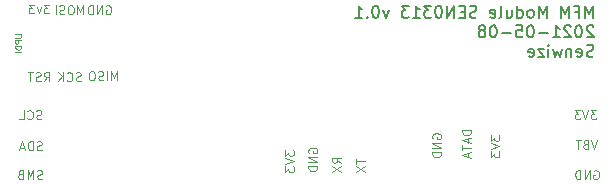
<source format=gbr>
%TF.GenerationSoftware,KiCad,Pcbnew,(5.1.9-0-10_14)*%
%TF.CreationDate,2021-05-08T21:12:27+02:00*%
%TF.ProjectId,MFM-Module-SEN0313,4d464d2d-4d6f-4647-956c-652d53454e30,rev?*%
%TF.SameCoordinates,PX82714f8PY6141b48*%
%TF.FileFunction,Legend,Bot*%
%TF.FilePolarity,Positive*%
%FSLAX46Y46*%
G04 Gerber Fmt 4.6, Leading zero omitted, Abs format (unit mm)*
G04 Created by KiCad (PCBNEW (5.1.9-0-10_14)) date 2021-05-08 21:12:27*
%MOMM*%
%LPD*%
G01*
G04 APERTURE LIST*
%ADD10C,0.100000*%
%ADD11C,0.150000*%
G04 APERTURE END LIST*
D10*
X40546785Y13332286D02*
X40546785Y12868000D01*
X40832500Y13118000D01*
X40832500Y13010858D01*
X40868214Y12939429D01*
X40903928Y12903715D01*
X40975357Y12868000D01*
X41153928Y12868000D01*
X41225357Y12903715D01*
X41261071Y12939429D01*
X41296785Y13010858D01*
X41296785Y13225143D01*
X41261071Y13296572D01*
X41225357Y13332286D01*
X40546785Y12653715D02*
X41296785Y12403715D01*
X40546785Y12153715D01*
X40546785Y11975143D02*
X40546785Y11510858D01*
X40832500Y11760858D01*
X40832500Y11653715D01*
X40868214Y11582286D01*
X40903928Y11546572D01*
X40975357Y11510858D01*
X41153928Y11510858D01*
X41225357Y11546572D01*
X41261071Y11582286D01*
X41296785Y11653715D01*
X41296785Y11868000D01*
X41261071Y11939429D01*
X41225357Y11975143D01*
X38883785Y13796572D02*
X38133785Y13796572D01*
X38133785Y13618000D01*
X38169500Y13510858D01*
X38240928Y13439429D01*
X38312357Y13403715D01*
X38455214Y13368000D01*
X38562357Y13368000D01*
X38705214Y13403715D01*
X38776642Y13439429D01*
X38848071Y13510858D01*
X38883785Y13618000D01*
X38883785Y13796572D01*
X38669500Y13082286D02*
X38669500Y12725143D01*
X38883785Y13153715D02*
X38133785Y12903715D01*
X38883785Y12653715D01*
X38133785Y12510858D02*
X38133785Y12082286D01*
X38883785Y12296572D02*
X38133785Y12296572D01*
X38669500Y11868000D02*
X38669500Y11510858D01*
X38883785Y11939429D02*
X38133785Y11689429D01*
X38883785Y11439429D01*
X35629500Y13082286D02*
X35593785Y13153715D01*
X35593785Y13260858D01*
X35629500Y13368000D01*
X35700928Y13439429D01*
X35772357Y13475143D01*
X35915214Y13510858D01*
X36022357Y13510858D01*
X36165214Y13475143D01*
X36236642Y13439429D01*
X36308071Y13368000D01*
X36343785Y13260858D01*
X36343785Y13189429D01*
X36308071Y13082286D01*
X36272357Y13046572D01*
X36022357Y13046572D01*
X36022357Y13189429D01*
X36343785Y12725143D02*
X35593785Y12725143D01*
X36343785Y12296572D01*
X35593785Y12296572D01*
X36343785Y11939429D02*
X35593785Y11939429D01*
X35593785Y11760858D01*
X35629500Y11653715D01*
X35700928Y11582286D01*
X35772357Y11546572D01*
X35915214Y11510858D01*
X36022357Y11510858D01*
X36165214Y11546572D01*
X36236642Y11582286D01*
X36308071Y11653715D01*
X36343785Y11760858D01*
X36343785Y11939429D01*
X29180285Y11375786D02*
X29180285Y10947215D01*
X29930285Y11161500D02*
X29180285Y11161500D01*
X29180285Y10768643D02*
X29930285Y10268643D01*
X29180285Y10268643D02*
X29930285Y10768643D01*
X27898285Y11018643D02*
X27541142Y11268643D01*
X27898285Y11447215D02*
X27148285Y11447215D01*
X27148285Y11161500D01*
X27184000Y11090072D01*
X27219714Y11054358D01*
X27291142Y11018643D01*
X27398285Y11018643D01*
X27469714Y11054358D01*
X27505428Y11090072D01*
X27541142Y11161500D01*
X27541142Y11447215D01*
X27148285Y10768643D02*
X27898285Y10268643D01*
X27148285Y10268643D02*
X27898285Y10768643D01*
X25152000Y11875786D02*
X25116285Y11947215D01*
X25116285Y12054358D01*
X25152000Y12161500D01*
X25223428Y12232929D01*
X25294857Y12268643D01*
X25437714Y12304358D01*
X25544857Y12304358D01*
X25687714Y12268643D01*
X25759142Y12232929D01*
X25830571Y12161500D01*
X25866285Y12054358D01*
X25866285Y11982929D01*
X25830571Y11875786D01*
X25794857Y11840072D01*
X25544857Y11840072D01*
X25544857Y11982929D01*
X25866285Y11518643D02*
X25116285Y11518643D01*
X25866285Y11090072D01*
X25116285Y11090072D01*
X25866285Y10732929D02*
X25116285Y10732929D01*
X25116285Y10554358D01*
X25152000Y10447215D01*
X25223428Y10375786D01*
X25294857Y10340072D01*
X25437714Y10304358D01*
X25544857Y10304358D01*
X25687714Y10340072D01*
X25759142Y10375786D01*
X25830571Y10447215D01*
X25866285Y10554358D01*
X25866285Y10732929D01*
X23147785Y12062286D02*
X23147785Y11598000D01*
X23433500Y11848000D01*
X23433500Y11740858D01*
X23469214Y11669429D01*
X23504928Y11633715D01*
X23576357Y11598000D01*
X23754928Y11598000D01*
X23826357Y11633715D01*
X23862071Y11669429D01*
X23897785Y11740858D01*
X23897785Y11955143D01*
X23862071Y12026572D01*
X23826357Y12062286D01*
X23147785Y11383715D02*
X23897785Y11133715D01*
X23147785Y10883715D01*
X23147785Y10705143D02*
X23147785Y10240858D01*
X23433500Y10490858D01*
X23433500Y10383715D01*
X23469214Y10312286D01*
X23504928Y10276572D01*
X23576357Y10240858D01*
X23754928Y10240858D01*
X23826357Y10276572D01*
X23862071Y10312286D01*
X23897785Y10383715D01*
X23897785Y10598000D01*
X23862071Y10669429D01*
X23826357Y10705143D01*
X297690Y21907405D02*
X702452Y21907405D01*
X750071Y21883596D01*
X773880Y21859786D01*
X797690Y21812167D01*
X797690Y21716929D01*
X773880Y21669310D01*
X750071Y21645500D01*
X702452Y21621691D01*
X297690Y21621691D01*
X797690Y21383596D02*
X297690Y21383596D01*
X297690Y21193120D01*
X321500Y21145500D01*
X345309Y21121691D01*
X392928Y21097881D01*
X464357Y21097881D01*
X511976Y21121691D01*
X535785Y21145500D01*
X559595Y21193120D01*
X559595Y21383596D01*
X797690Y20883596D02*
X297690Y20883596D01*
X297690Y20764548D01*
X321500Y20693120D01*
X369119Y20645500D01*
X416738Y20621691D01*
X511976Y20597881D01*
X583404Y20597881D01*
X678642Y20621691D01*
X726261Y20645500D01*
X773880Y20693120D01*
X797690Y20764548D01*
X797690Y20883596D01*
X797690Y20383596D02*
X297690Y20383596D01*
X2731714Y17941715D02*
X2981714Y18298858D01*
X3160285Y17941715D02*
X3160285Y18691715D01*
X2874571Y18691715D01*
X2803142Y18656000D01*
X2767428Y18620286D01*
X2731714Y18548858D01*
X2731714Y18441715D01*
X2767428Y18370286D01*
X2803142Y18334572D01*
X2874571Y18298858D01*
X3160285Y18298858D01*
X2446000Y17977429D02*
X2338857Y17941715D01*
X2160285Y17941715D01*
X2088857Y17977429D01*
X2053142Y18013143D01*
X2017428Y18084572D01*
X2017428Y18156000D01*
X2053142Y18227429D01*
X2088857Y18263143D01*
X2160285Y18298858D01*
X2303142Y18334572D01*
X2374571Y18370286D01*
X2410285Y18406000D01*
X2446000Y18477429D01*
X2446000Y18548858D01*
X2410285Y18620286D01*
X2374571Y18656000D01*
X2303142Y18691715D01*
X2124571Y18691715D01*
X2017428Y18656000D01*
X1803142Y18691715D02*
X1374571Y18691715D01*
X1588857Y17941715D02*
X1588857Y18691715D01*
X6068071Y23600215D02*
X6068071Y24350215D01*
X5818071Y23814500D01*
X5568071Y24350215D01*
X5568071Y23600215D01*
X5068071Y24350215D02*
X4925214Y24350215D01*
X4853785Y24314500D01*
X4782357Y24243072D01*
X4746642Y24100215D01*
X4746642Y23850215D01*
X4782357Y23707358D01*
X4853785Y23635929D01*
X4925214Y23600215D01*
X5068071Y23600215D01*
X5139500Y23635929D01*
X5210928Y23707358D01*
X5246642Y23850215D01*
X5246642Y24100215D01*
X5210928Y24243072D01*
X5139500Y24314500D01*
X5068071Y24350215D01*
X4460928Y23635929D02*
X4353785Y23600215D01*
X4175214Y23600215D01*
X4103785Y23635929D01*
X4068071Y23671643D01*
X4032357Y23743072D01*
X4032357Y23814500D01*
X4068071Y23885929D01*
X4103785Y23921643D01*
X4175214Y23957358D01*
X4318071Y23993072D01*
X4389500Y24028786D01*
X4425214Y24064500D01*
X4460928Y24135929D01*
X4460928Y24207358D01*
X4425214Y24278786D01*
X4389500Y24314500D01*
X4318071Y24350215D01*
X4139500Y24350215D01*
X4032357Y24314500D01*
X3710928Y23600215D02*
X3710928Y24350215D01*
X8000928Y24314500D02*
X8072357Y24350215D01*
X8179500Y24350215D01*
X8286642Y24314500D01*
X8358071Y24243072D01*
X8393785Y24171643D01*
X8429500Y24028786D01*
X8429500Y23921643D01*
X8393785Y23778786D01*
X8358071Y23707358D01*
X8286642Y23635929D01*
X8179500Y23600215D01*
X8108071Y23600215D01*
X8000928Y23635929D01*
X7965214Y23671643D01*
X7965214Y23921643D01*
X8108071Y23921643D01*
X7643785Y23600215D02*
X7643785Y24350215D01*
X7215214Y23600215D01*
X7215214Y24350215D01*
X6858071Y23600215D02*
X6858071Y24350215D01*
X6679500Y24350215D01*
X6572357Y24314500D01*
X6500928Y24243072D01*
X6465214Y24171643D01*
X6429500Y24028786D01*
X6429500Y23921643D01*
X6465214Y23778786D01*
X6500928Y23707358D01*
X6572357Y23635929D01*
X6679500Y23600215D01*
X6858071Y23600215D01*
X3178857Y24413715D02*
X2714571Y24413715D01*
X2964571Y24128000D01*
X2857428Y24128000D01*
X2786000Y24092286D01*
X2750285Y24056572D01*
X2714571Y23985143D01*
X2714571Y23806572D01*
X2750285Y23735143D01*
X2786000Y23699429D01*
X2857428Y23663715D01*
X3071714Y23663715D01*
X3143142Y23699429D01*
X3178857Y23735143D01*
X2464571Y24163715D02*
X2286000Y23663715D01*
X2107428Y24163715D01*
X1893142Y24413715D02*
X1428857Y24413715D01*
X1678857Y24128000D01*
X1571714Y24128000D01*
X1500285Y24092286D01*
X1464571Y24056572D01*
X1428857Y23985143D01*
X1428857Y23806572D01*
X1464571Y23735143D01*
X1500285Y23699429D01*
X1571714Y23663715D01*
X1786000Y23663715D01*
X1857428Y23699429D01*
X1893142Y23735143D01*
X5853785Y17977429D02*
X5746642Y17941715D01*
X5568071Y17941715D01*
X5496642Y17977429D01*
X5460928Y18013143D01*
X5425214Y18084572D01*
X5425214Y18156000D01*
X5460928Y18227429D01*
X5496642Y18263143D01*
X5568071Y18298858D01*
X5710928Y18334572D01*
X5782357Y18370286D01*
X5818071Y18406000D01*
X5853785Y18477429D01*
X5853785Y18548858D01*
X5818071Y18620286D01*
X5782357Y18656000D01*
X5710928Y18691715D01*
X5532357Y18691715D01*
X5425214Y18656000D01*
X4675214Y18013143D02*
X4710928Y17977429D01*
X4818071Y17941715D01*
X4889500Y17941715D01*
X4996642Y17977429D01*
X5068071Y18048858D01*
X5103785Y18120286D01*
X5139500Y18263143D01*
X5139500Y18370286D01*
X5103785Y18513143D01*
X5068071Y18584572D01*
X4996642Y18656000D01*
X4889500Y18691715D01*
X4818071Y18691715D01*
X4710928Y18656000D01*
X4675214Y18620286D01*
X4353785Y17941715D02*
X4353785Y18691715D01*
X3925214Y17941715D02*
X4246642Y18370286D01*
X3925214Y18691715D02*
X4353785Y18263143D01*
X8925571Y18012215D02*
X8925571Y18762215D01*
X8675571Y18226500D01*
X8425571Y18762215D01*
X8425571Y18012215D01*
X8068428Y18012215D02*
X8068428Y18762215D01*
X7747000Y18047929D02*
X7639857Y18012215D01*
X7461285Y18012215D01*
X7389857Y18047929D01*
X7354142Y18083643D01*
X7318428Y18155072D01*
X7318428Y18226500D01*
X7354142Y18297929D01*
X7389857Y18333643D01*
X7461285Y18369358D01*
X7604142Y18405072D01*
X7675571Y18440786D01*
X7711285Y18476500D01*
X7747000Y18547929D01*
X7747000Y18619358D01*
X7711285Y18690786D01*
X7675571Y18726500D01*
X7604142Y18762215D01*
X7425571Y18762215D01*
X7318428Y18726500D01*
X6854142Y18762215D02*
X6711285Y18762215D01*
X6639857Y18726500D01*
X6568428Y18655072D01*
X6532714Y18512215D01*
X6532714Y18262215D01*
X6568428Y18119358D01*
X6639857Y18047929D01*
X6711285Y18012215D01*
X6854142Y18012215D01*
X6925571Y18047929D01*
X6997000Y18119358D01*
X7032714Y18262215D01*
X7032714Y18512215D01*
X6997000Y18655072D01*
X6925571Y18726500D01*
X6854142Y18762215D01*
X49499571Y15460215D02*
X49035285Y15460215D01*
X49285285Y15174500D01*
X49178142Y15174500D01*
X49106714Y15138786D01*
X49071000Y15103072D01*
X49035285Y15031643D01*
X49035285Y14853072D01*
X49071000Y14781643D01*
X49106714Y14745929D01*
X49178142Y14710215D01*
X49392428Y14710215D01*
X49463857Y14745929D01*
X49499571Y14781643D01*
X48821000Y15460215D02*
X48571000Y14710215D01*
X48321000Y15460215D01*
X48142428Y15460215D02*
X47678142Y15460215D01*
X47928142Y15174500D01*
X47821000Y15174500D01*
X47749571Y15138786D01*
X47713857Y15103072D01*
X47678142Y15031643D01*
X47678142Y14853072D01*
X47713857Y14781643D01*
X47749571Y14745929D01*
X47821000Y14710215D01*
X48035285Y14710215D01*
X48106714Y14745929D01*
X48142428Y14781643D01*
X49581714Y12941715D02*
X49331714Y12191715D01*
X49081714Y12941715D01*
X48581714Y12584572D02*
X48474571Y12548858D01*
X48438857Y12513143D01*
X48403142Y12441715D01*
X48403142Y12334572D01*
X48438857Y12263143D01*
X48474571Y12227429D01*
X48546000Y12191715D01*
X48831714Y12191715D01*
X48831714Y12941715D01*
X48581714Y12941715D01*
X48510285Y12906000D01*
X48474571Y12870286D01*
X48438857Y12798858D01*
X48438857Y12727429D01*
X48474571Y12656000D01*
X48510285Y12620286D01*
X48581714Y12584572D01*
X48831714Y12584572D01*
X48188857Y12941715D02*
X47760285Y12941715D01*
X47974571Y12191715D02*
X47974571Y12941715D01*
X49292428Y10356000D02*
X49363857Y10391715D01*
X49471000Y10391715D01*
X49578142Y10356000D01*
X49649571Y10284572D01*
X49685285Y10213143D01*
X49721000Y10070286D01*
X49721000Y9963143D01*
X49685285Y9820286D01*
X49649571Y9748858D01*
X49578142Y9677429D01*
X49471000Y9641715D01*
X49399571Y9641715D01*
X49292428Y9677429D01*
X49256714Y9713143D01*
X49256714Y9963143D01*
X49399571Y9963143D01*
X48935285Y9641715D02*
X48935285Y10391715D01*
X48506714Y9641715D01*
X48506714Y10391715D01*
X48149571Y9641715D02*
X48149571Y10391715D01*
X47971000Y10391715D01*
X47863857Y10356000D01*
X47792428Y10284572D01*
X47756714Y10213143D01*
X47721000Y10070286D01*
X47721000Y9963143D01*
X47756714Y9820286D01*
X47792428Y9748858D01*
X47863857Y9677429D01*
X47971000Y9641715D01*
X48149571Y9641715D01*
X2513857Y14745929D02*
X2406714Y14710215D01*
X2228142Y14710215D01*
X2156714Y14745929D01*
X2121000Y14781643D01*
X2085285Y14853072D01*
X2085285Y14924500D01*
X2121000Y14995929D01*
X2156714Y15031643D01*
X2228142Y15067358D01*
X2371000Y15103072D01*
X2442428Y15138786D01*
X2478142Y15174500D01*
X2513857Y15245929D01*
X2513857Y15317358D01*
X2478142Y15388786D01*
X2442428Y15424500D01*
X2371000Y15460215D01*
X2192428Y15460215D01*
X2085285Y15424500D01*
X1335285Y14781643D02*
X1371000Y14745929D01*
X1478142Y14710215D01*
X1549571Y14710215D01*
X1656714Y14745929D01*
X1728142Y14817358D01*
X1763857Y14888786D01*
X1799571Y15031643D01*
X1799571Y15138786D01*
X1763857Y15281643D01*
X1728142Y15353072D01*
X1656714Y15424500D01*
X1549571Y15460215D01*
X1478142Y15460215D01*
X1371000Y15424500D01*
X1335285Y15388786D01*
X656714Y14710215D02*
X1013857Y14710215D01*
X1013857Y15460215D01*
X2531714Y12127429D02*
X2424571Y12091715D01*
X2246000Y12091715D01*
X2174571Y12127429D01*
X2138857Y12163143D01*
X2103142Y12234572D01*
X2103142Y12306000D01*
X2138857Y12377429D01*
X2174571Y12413143D01*
X2246000Y12448858D01*
X2388857Y12484572D01*
X2460285Y12520286D01*
X2496000Y12556000D01*
X2531714Y12627429D01*
X2531714Y12698858D01*
X2496000Y12770286D01*
X2460285Y12806000D01*
X2388857Y12841715D01*
X2210285Y12841715D01*
X2103142Y12806000D01*
X1781714Y12091715D02*
X1781714Y12841715D01*
X1603142Y12841715D01*
X1496000Y12806000D01*
X1424571Y12734572D01*
X1388857Y12663143D01*
X1353142Y12520286D01*
X1353142Y12413143D01*
X1388857Y12270286D01*
X1424571Y12198858D01*
X1496000Y12127429D01*
X1603142Y12091715D01*
X1781714Y12091715D01*
X1067428Y12306000D02*
X710285Y12306000D01*
X1138857Y12091715D02*
X888857Y12841715D01*
X638857Y12091715D01*
X2588857Y9677429D02*
X2481714Y9641715D01*
X2303142Y9641715D01*
X2231714Y9677429D01*
X2196000Y9713143D01*
X2160285Y9784572D01*
X2160285Y9856000D01*
X2196000Y9927429D01*
X2231714Y9963143D01*
X2303142Y9998858D01*
X2446000Y10034572D01*
X2517428Y10070286D01*
X2553142Y10106000D01*
X2588857Y10177429D01*
X2588857Y10248858D01*
X2553142Y10320286D01*
X2517428Y10356000D01*
X2446000Y10391715D01*
X2267428Y10391715D01*
X2160285Y10356000D01*
X1838857Y9641715D02*
X1838857Y10391715D01*
X1588857Y9856000D01*
X1338857Y10391715D01*
X1338857Y9641715D01*
X731714Y10034572D02*
X624571Y9998858D01*
X588857Y9963143D01*
X553142Y9891715D01*
X553142Y9784572D01*
X588857Y9713143D01*
X624571Y9677429D01*
X696000Y9641715D01*
X981714Y9641715D01*
X981714Y10391715D01*
X731714Y10391715D01*
X660285Y10356000D01*
X624571Y10320286D01*
X588857Y10248858D01*
X588857Y10177429D01*
X624571Y10106000D01*
X660285Y10070286D01*
X731714Y10034572D01*
X981714Y10034572D01*
D11*
X49194404Y23295620D02*
X49194404Y24295620D01*
X48861071Y23581334D01*
X48527738Y24295620D01*
X48527738Y23295620D01*
X47718214Y23819429D02*
X48051547Y23819429D01*
X48051547Y23295620D02*
X48051547Y24295620D01*
X47575357Y24295620D01*
X47194404Y23295620D02*
X47194404Y24295620D01*
X46861071Y23581334D01*
X46527738Y24295620D01*
X46527738Y23295620D01*
X45289642Y23295620D02*
X45289642Y24295620D01*
X44956309Y23581334D01*
X44622976Y24295620D01*
X44622976Y23295620D01*
X44003928Y23295620D02*
X44099166Y23343239D01*
X44146785Y23390858D01*
X44194404Y23486096D01*
X44194404Y23771810D01*
X44146785Y23867048D01*
X44099166Y23914667D01*
X44003928Y23962286D01*
X43861071Y23962286D01*
X43765833Y23914667D01*
X43718214Y23867048D01*
X43670595Y23771810D01*
X43670595Y23486096D01*
X43718214Y23390858D01*
X43765833Y23343239D01*
X43861071Y23295620D01*
X44003928Y23295620D01*
X42813452Y23295620D02*
X42813452Y24295620D01*
X42813452Y23343239D02*
X42908690Y23295620D01*
X43099166Y23295620D01*
X43194404Y23343239D01*
X43242023Y23390858D01*
X43289642Y23486096D01*
X43289642Y23771810D01*
X43242023Y23867048D01*
X43194404Y23914667D01*
X43099166Y23962286D01*
X42908690Y23962286D01*
X42813452Y23914667D01*
X41908690Y23962286D02*
X41908690Y23295620D01*
X42337261Y23962286D02*
X42337261Y23438477D01*
X42289642Y23343239D01*
X42194404Y23295620D01*
X42051547Y23295620D01*
X41956309Y23343239D01*
X41908690Y23390858D01*
X41289642Y23295620D02*
X41384880Y23343239D01*
X41432500Y23438477D01*
X41432500Y24295620D01*
X40527738Y23343239D02*
X40622976Y23295620D01*
X40813452Y23295620D01*
X40908690Y23343239D01*
X40956309Y23438477D01*
X40956309Y23819429D01*
X40908690Y23914667D01*
X40813452Y23962286D01*
X40622976Y23962286D01*
X40527738Y23914667D01*
X40480119Y23819429D01*
X40480119Y23724191D01*
X40956309Y23628953D01*
X39337261Y23343239D02*
X39194404Y23295620D01*
X38956309Y23295620D01*
X38861071Y23343239D01*
X38813452Y23390858D01*
X38765833Y23486096D01*
X38765833Y23581334D01*
X38813452Y23676572D01*
X38861071Y23724191D01*
X38956309Y23771810D01*
X39146785Y23819429D01*
X39242023Y23867048D01*
X39289642Y23914667D01*
X39337261Y24009905D01*
X39337261Y24105143D01*
X39289642Y24200381D01*
X39242023Y24248000D01*
X39146785Y24295620D01*
X38908690Y24295620D01*
X38765833Y24248000D01*
X38337261Y23819429D02*
X38003928Y23819429D01*
X37861071Y23295620D02*
X38337261Y23295620D01*
X38337261Y24295620D01*
X37861071Y24295620D01*
X37432500Y23295620D02*
X37432500Y24295620D01*
X36861071Y23295620D01*
X36861071Y24295620D01*
X36194404Y24295620D02*
X36099166Y24295620D01*
X36003928Y24248000D01*
X35956309Y24200381D01*
X35908690Y24105143D01*
X35861071Y23914667D01*
X35861071Y23676572D01*
X35908690Y23486096D01*
X35956309Y23390858D01*
X36003928Y23343239D01*
X36099166Y23295620D01*
X36194404Y23295620D01*
X36289642Y23343239D01*
X36337261Y23390858D01*
X36384880Y23486096D01*
X36432500Y23676572D01*
X36432500Y23914667D01*
X36384880Y24105143D01*
X36337261Y24200381D01*
X36289642Y24248000D01*
X36194404Y24295620D01*
X35527738Y24295620D02*
X34908690Y24295620D01*
X35242023Y23914667D01*
X35099166Y23914667D01*
X35003928Y23867048D01*
X34956309Y23819429D01*
X34908690Y23724191D01*
X34908690Y23486096D01*
X34956309Y23390858D01*
X35003928Y23343239D01*
X35099166Y23295620D01*
X35384880Y23295620D01*
X35480119Y23343239D01*
X35527738Y23390858D01*
X33956309Y23295620D02*
X34527738Y23295620D01*
X34242023Y23295620D02*
X34242023Y24295620D01*
X34337261Y24152762D01*
X34432500Y24057524D01*
X34527738Y24009905D01*
X33622976Y24295620D02*
X33003928Y24295620D01*
X33337261Y23914667D01*
X33194404Y23914667D01*
X33099166Y23867048D01*
X33051547Y23819429D01*
X33003928Y23724191D01*
X33003928Y23486096D01*
X33051547Y23390858D01*
X33099166Y23343239D01*
X33194404Y23295620D01*
X33480119Y23295620D01*
X33575357Y23343239D01*
X33622976Y23390858D01*
X31908690Y23962286D02*
X31670595Y23295620D01*
X31432500Y23962286D01*
X30861071Y24295620D02*
X30765833Y24295620D01*
X30670595Y24248000D01*
X30622976Y24200381D01*
X30575357Y24105143D01*
X30527738Y23914667D01*
X30527738Y23676572D01*
X30575357Y23486096D01*
X30622976Y23390858D01*
X30670595Y23343239D01*
X30765833Y23295620D01*
X30861071Y23295620D01*
X30956309Y23343239D01*
X31003928Y23390858D01*
X31051547Y23486096D01*
X31099166Y23676572D01*
X31099166Y23914667D01*
X31051547Y24105143D01*
X31003928Y24200381D01*
X30956309Y24248000D01*
X30861071Y24295620D01*
X30099166Y23390858D02*
X30051547Y23343239D01*
X30099166Y23295620D01*
X30146785Y23343239D01*
X30099166Y23390858D01*
X30099166Y23295620D01*
X29099166Y23295620D02*
X29670595Y23295620D01*
X29384880Y23295620D02*
X29384880Y24295620D01*
X29480119Y24152762D01*
X29575357Y24057524D01*
X29670595Y24009905D01*
X49242023Y22550381D02*
X49194404Y22598000D01*
X49099166Y22645620D01*
X48861071Y22645620D01*
X48765833Y22598000D01*
X48718214Y22550381D01*
X48670595Y22455143D01*
X48670595Y22359905D01*
X48718214Y22217048D01*
X49289642Y21645620D01*
X48670595Y21645620D01*
X48051547Y22645620D02*
X47956309Y22645620D01*
X47861071Y22598000D01*
X47813452Y22550381D01*
X47765833Y22455143D01*
X47718214Y22264667D01*
X47718214Y22026572D01*
X47765833Y21836096D01*
X47813452Y21740858D01*
X47861071Y21693239D01*
X47956309Y21645620D01*
X48051547Y21645620D01*
X48146785Y21693239D01*
X48194404Y21740858D01*
X48242023Y21836096D01*
X48289642Y22026572D01*
X48289642Y22264667D01*
X48242023Y22455143D01*
X48194404Y22550381D01*
X48146785Y22598000D01*
X48051547Y22645620D01*
X47337261Y22550381D02*
X47289642Y22598000D01*
X47194404Y22645620D01*
X46956309Y22645620D01*
X46861071Y22598000D01*
X46813452Y22550381D01*
X46765833Y22455143D01*
X46765833Y22359905D01*
X46813452Y22217048D01*
X47384880Y21645620D01*
X46765833Y21645620D01*
X45813452Y21645620D02*
X46384880Y21645620D01*
X46099166Y21645620D02*
X46099166Y22645620D01*
X46194404Y22502762D01*
X46289642Y22407524D01*
X46384880Y22359905D01*
X45384880Y22026572D02*
X44622976Y22026572D01*
X43956309Y22645620D02*
X43861071Y22645620D01*
X43765833Y22598000D01*
X43718214Y22550381D01*
X43670595Y22455143D01*
X43622976Y22264667D01*
X43622976Y22026572D01*
X43670595Y21836096D01*
X43718214Y21740858D01*
X43765833Y21693239D01*
X43861071Y21645620D01*
X43956309Y21645620D01*
X44051547Y21693239D01*
X44099166Y21740858D01*
X44146785Y21836096D01*
X44194404Y22026572D01*
X44194404Y22264667D01*
X44146785Y22455143D01*
X44099166Y22550381D01*
X44051547Y22598000D01*
X43956309Y22645620D01*
X42718214Y22645620D02*
X43194404Y22645620D01*
X43242023Y22169429D01*
X43194404Y22217048D01*
X43099166Y22264667D01*
X42861071Y22264667D01*
X42765833Y22217048D01*
X42718214Y22169429D01*
X42670595Y22074191D01*
X42670595Y21836096D01*
X42718214Y21740858D01*
X42765833Y21693239D01*
X42861071Y21645620D01*
X43099166Y21645620D01*
X43194404Y21693239D01*
X43242023Y21740858D01*
X42242023Y22026572D02*
X41480119Y22026572D01*
X40813452Y22645620D02*
X40718214Y22645620D01*
X40622976Y22598000D01*
X40575357Y22550381D01*
X40527738Y22455143D01*
X40480119Y22264667D01*
X40480119Y22026572D01*
X40527738Y21836096D01*
X40575357Y21740858D01*
X40622976Y21693239D01*
X40718214Y21645620D01*
X40813452Y21645620D01*
X40908690Y21693239D01*
X40956309Y21740858D01*
X41003928Y21836096D01*
X41051547Y22026572D01*
X41051547Y22264667D01*
X41003928Y22455143D01*
X40956309Y22550381D01*
X40908690Y22598000D01*
X40813452Y22645620D01*
X39908690Y22217048D02*
X40003928Y22264667D01*
X40051547Y22312286D01*
X40099166Y22407524D01*
X40099166Y22455143D01*
X40051547Y22550381D01*
X40003928Y22598000D01*
X39908690Y22645620D01*
X39718214Y22645620D01*
X39622976Y22598000D01*
X39575357Y22550381D01*
X39527738Y22455143D01*
X39527738Y22407524D01*
X39575357Y22312286D01*
X39622976Y22264667D01*
X39718214Y22217048D01*
X39908690Y22217048D01*
X40003928Y22169429D01*
X40051547Y22121810D01*
X40099166Y22026572D01*
X40099166Y21836096D01*
X40051547Y21740858D01*
X40003928Y21693239D01*
X39908690Y21645620D01*
X39718214Y21645620D01*
X39622976Y21693239D01*
X39575357Y21740858D01*
X39527738Y21836096D01*
X39527738Y22026572D01*
X39575357Y22121810D01*
X39622976Y22169429D01*
X39718214Y22217048D01*
X49242023Y20043239D02*
X49099166Y19995620D01*
X48861071Y19995620D01*
X48765833Y20043239D01*
X48718214Y20090858D01*
X48670595Y20186096D01*
X48670595Y20281334D01*
X48718214Y20376572D01*
X48765833Y20424191D01*
X48861071Y20471810D01*
X49051547Y20519429D01*
X49146785Y20567048D01*
X49194404Y20614667D01*
X49242023Y20709905D01*
X49242023Y20805143D01*
X49194404Y20900381D01*
X49146785Y20948000D01*
X49051547Y20995620D01*
X48813452Y20995620D01*
X48670595Y20948000D01*
X47861071Y20043239D02*
X47956309Y19995620D01*
X48146785Y19995620D01*
X48242023Y20043239D01*
X48289642Y20138477D01*
X48289642Y20519429D01*
X48242023Y20614667D01*
X48146785Y20662286D01*
X47956309Y20662286D01*
X47861071Y20614667D01*
X47813452Y20519429D01*
X47813452Y20424191D01*
X48289642Y20328953D01*
X47384880Y20662286D02*
X47384880Y19995620D01*
X47384880Y20567048D02*
X47337261Y20614667D01*
X47242023Y20662286D01*
X47099166Y20662286D01*
X47003928Y20614667D01*
X46956309Y20519429D01*
X46956309Y19995620D01*
X46575357Y20662286D02*
X46384880Y19995620D01*
X46194404Y20471810D01*
X46003928Y19995620D01*
X45813452Y20662286D01*
X45432500Y19995620D02*
X45432500Y20662286D01*
X45432500Y20995620D02*
X45480119Y20948000D01*
X45432500Y20900381D01*
X45384880Y20948000D01*
X45432500Y20995620D01*
X45432500Y20900381D01*
X45051547Y20662286D02*
X44527738Y20662286D01*
X45051547Y19995620D01*
X44527738Y19995620D01*
X43765833Y20043239D02*
X43861071Y19995620D01*
X44051547Y19995620D01*
X44146785Y20043239D01*
X44194404Y20138477D01*
X44194404Y20519429D01*
X44146785Y20614667D01*
X44051547Y20662286D01*
X43861071Y20662286D01*
X43765833Y20614667D01*
X43718214Y20519429D01*
X43718214Y20424191D01*
X44194404Y20328953D01*
M02*

</source>
